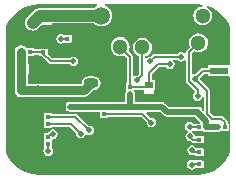
<source format=gtl>
%FSLAX25Y25*%
%MOIN*%
G70*
G01*
G75*
G04 Layer_Physical_Order=1*
G04 Layer_Color=255*
%ADD10C,0.05118*%
%ADD11R,0.02559X0.02165*%
%ADD12R,0.02165X0.02559*%
%ADD13R,0.01378X0.01378*%
%ADD14R,0.05906X0.02165*%
%ADD15R,0.01378X0.01378*%
%ADD16C,0.03150*%
%ADD17C,0.00787*%
%ADD18C,0.01969*%
%ADD19C,0.03937*%
%ADD20O,0.05000X0.03500*%
%ADD21C,0.05906*%
%ADD22C,0.03150*%
%ADD23C,0.01969*%
%ADD24C,0.03937*%
G36*
X59258Y39258D02*
X59779Y38910D01*
X60394Y38788D01*
X61008Y38910D01*
X61529Y39258D01*
X61989Y38951D01*
Y32295D01*
X62065Y31911D01*
X62283Y31585D01*
X64891Y28977D01*
X64842Y28480D01*
X64810Y28458D01*
X64461Y27937D01*
X64339Y27323D01*
X64461Y26708D01*
X64810Y26188D01*
X65330Y25839D01*
X65945Y25717D01*
X66559Y25839D01*
X67080Y26188D01*
X67428Y26708D01*
X67496Y27049D01*
X67994Y27000D01*
Y22647D01*
X67532Y22456D01*
X67473Y22563D01*
Y22563D01*
X67269Y22869D01*
Y23228D01*
X67073D01*
Y23622D01*
X64907D01*
Y23555D01*
X62813D01*
Y23622D01*
X61787D01*
X61632Y23653D01*
X61632Y23653D01*
X56337D01*
X55164Y24826D01*
X54643Y25174D01*
X54541Y25195D01*
X54028Y25297D01*
X54028Y25297D01*
X45062D01*
Y28040D01*
X44940Y28655D01*
X44736Y28960D01*
Y29123D01*
Y29399D01*
X47820D01*
Y29304D01*
X48040D01*
Y28108D01*
X48090Y28158D01*
X51340D01*
Y29304D01*
X51560D01*
Y32650D01*
X50694D01*
Y34471D01*
X53132Y36910D01*
X55391D01*
X55479Y36778D01*
X56000Y36430D01*
X56614Y36308D01*
X57229Y36430D01*
X57749Y36778D01*
X58098Y37299D01*
X58220Y37913D01*
X58098Y38528D01*
X57749Y39049D01*
X57853Y39390D01*
X59170D01*
X59258Y39258D01*
D02*
G37*
G36*
X67617Y57805D02*
X67758Y57771D01*
X67667Y57279D01*
X67610Y57287D01*
X66788Y57178D01*
X66022Y56861D01*
X65364Y56356D01*
X64859Y55698D01*
X64542Y54932D01*
X64433Y54110D01*
X64542Y53288D01*
X64859Y52522D01*
X65364Y51864D01*
X66022Y51359D01*
X66788Y51042D01*
X67610Y50933D01*
X68432Y51042D01*
X69198Y51359D01*
X69856Y51864D01*
X70361Y52522D01*
X70679Y53288D01*
X70787Y54110D01*
X70679Y54932D01*
X70361Y55698D01*
X69856Y56356D01*
X69198Y56861D01*
X68904Y56983D01*
X69058Y57459D01*
X69431Y57369D01*
X71154Y56656D01*
X72745Y55681D01*
X74163Y54469D01*
X75375Y53051D01*
X76349Y51460D01*
X76850Y50252D01*
Y37516D01*
X76477D01*
Y37516D01*
X69391D01*
Y36846D01*
X67693D01*
X67309Y36770D01*
X66983Y36552D01*
X65116Y34685D01*
X64961Y34716D01*
X64382Y34601D01*
X63996Y34918D01*
Y41486D01*
X64753Y42244D01*
X65338Y42002D01*
X66160Y41893D01*
X66982Y42002D01*
X67748Y42319D01*
X68406Y42824D01*
X68911Y43482D01*
X69229Y44248D01*
X69337Y45070D01*
X69229Y45892D01*
X68911Y46658D01*
X68406Y47316D01*
X67748Y47821D01*
X66982Y48138D01*
X66160Y48247D01*
X65338Y48138D01*
X64572Y47821D01*
X63914Y47316D01*
X63409Y46658D01*
X63091Y45892D01*
X62983Y45070D01*
X63091Y44248D01*
X63334Y43663D01*
X62283Y42612D01*
X62065Y42286D01*
X61989Y41902D01*
Y41836D01*
X61529Y41529D01*
X61008Y41877D01*
X60394Y41999D01*
X59779Y41877D01*
X59258Y41529D01*
X59170Y41397D01*
X51575D01*
X51191Y41321D01*
X50865Y41103D01*
X50195Y40433D01*
X50039Y40464D01*
X49425Y40342D01*
X48935Y40014D01*
X48630Y40177D01*
X48493Y40268D01*
Y40597D01*
X49078Y40839D01*
X49736Y41344D01*
X50241Y42002D01*
X50559Y42768D01*
X50667Y43590D01*
X50559Y44412D01*
X50241Y45178D01*
X49736Y45836D01*
X49078Y46341D01*
X48312Y46659D01*
X47490Y46767D01*
X46668Y46659D01*
X45902Y46341D01*
X45244Y45836D01*
X44739Y45178D01*
X44421Y44412D01*
X44313Y43590D01*
X44421Y42768D01*
X44739Y42002D01*
X45244Y41344D01*
X45902Y40839D01*
X46486Y40597D01*
Y34677D01*
X45982Y34173D01*
X45827Y34204D01*
X45212Y34082D01*
X44901Y33874D01*
X44460Y34110D01*
Y40383D01*
X44396Y40704D01*
X44384Y40767D01*
X44166Y41093D01*
X42876Y42383D01*
X43119Y42968D01*
X43227Y43790D01*
X43119Y44612D01*
X42801Y45378D01*
X42296Y46036D01*
X41638Y46541D01*
X40872Y46859D01*
X40050Y46967D01*
X39228Y46859D01*
X38462Y46541D01*
X37804Y46036D01*
X37299Y45378D01*
X36981Y44612D01*
X36873Y43790D01*
X36981Y42968D01*
X37299Y42202D01*
X37804Y41544D01*
X38462Y41039D01*
X39228Y40721D01*
X40050Y40613D01*
X40872Y40721D01*
X41457Y40964D01*
X42453Y39968D01*
Y31682D01*
X42177D01*
Y29123D01*
Y28960D01*
X41973Y28655D01*
X41851Y28040D01*
Y25297D01*
X34790D01*
X34689Y25277D01*
X24483D01*
Y25422D01*
X22317D01*
Y25028D01*
X22120D01*
Y24474D01*
X21994Y24286D01*
X21872Y23671D01*
X21994Y23057D01*
X22120Y22868D01*
Y22469D01*
X22442D01*
X22863Y22188D01*
X23478Y22065D01*
X28588D01*
X28637Y22056D01*
X28685Y22065D01*
X33490D01*
Y20029D01*
X36050D01*
Y20405D01*
X47112D01*
X48898Y18620D01*
X48867Y18465D01*
X48989Y17850D01*
X49337Y17329D01*
X49858Y16981D01*
X50472Y16859D01*
X51087Y16981D01*
X51608Y17329D01*
X51956Y17850D01*
X52078Y18465D01*
X51956Y19079D01*
X51608Y19600D01*
X51087Y19948D01*
X50472Y20070D01*
X50317Y20039D01*
X48733Y21623D01*
X48924Y22085D01*
X53363D01*
X54537Y20912D01*
X54537Y20912D01*
X54885Y20679D01*
X55058Y20564D01*
X55672Y20442D01*
X55672Y20442D01*
X61235D01*
X61730Y20343D01*
X61730Y20343D01*
X65102D01*
X66854Y18591D01*
X66663Y18129D01*
X64989D01*
Y18129D01*
X64530Y18129D01*
X64442Y18261D01*
X63922Y18609D01*
X63307Y18732D01*
X62693Y18609D01*
X62172Y18261D01*
X61824Y17740D01*
X61701Y17126D01*
X61824Y16511D01*
X62172Y15991D01*
X62583Y15716D01*
Y15216D01*
X62251Y14994D01*
X61902Y14473D01*
X61780Y13858D01*
X61902Y13244D01*
X62251Y12723D01*
X62771Y12375D01*
X63386Y12253D01*
X63541Y12284D01*
X63705Y12120D01*
X63922Y11975D01*
X64030Y11903D01*
X64414Y11827D01*
X64989D01*
Y11551D01*
X67548D01*
Y11728D01*
X67962D01*
Y13932D01*
X67548D01*
Y14109D01*
X64989D01*
X64989Y14109D01*
Y14109D01*
X64942Y14105D01*
X64869Y14473D01*
X64521Y14994D01*
X64110Y15268D01*
Y15768D01*
X64227Y15846D01*
X64989D01*
Y15571D01*
X67712D01*
X68017Y15367D01*
X68631Y15244D01*
X72609D01*
X73223Y15367D01*
X73528Y15571D01*
X76251D01*
Y18129D01*
X75975D01*
Y18672D01*
X75898Y19056D01*
X75826Y19164D01*
X75681Y19381D01*
X74549Y20513D01*
X74224Y20730D01*
X73840Y20807D01*
X71113D01*
X70001Y21919D01*
Y29074D01*
X69937Y29394D01*
X69924Y29458D01*
X69707Y29783D01*
X66535Y32955D01*
X66566Y33110D01*
X66535Y33266D01*
X68109Y34839D01*
X69391D01*
Y34169D01*
X76477D01*
Y34169D01*
X76496D01*
X76850Y33816D01*
Y8690D01*
X76364Y7518D01*
X75401Y5947D01*
X74204Y4545D01*
X72803Y3348D01*
X71231Y2385D01*
X69528Y1679D01*
X67735Y1249D01*
X65925Y1106D01*
X65898Y1112D01*
X13001D01*
X12972Y1106D01*
X11141Y1250D01*
X9327Y1686D01*
X7604Y2400D01*
X6013Y3374D01*
X4595Y4586D01*
X3383Y6004D01*
X2409Y7595D01*
X1908Y8803D01*
Y50252D01*
X2409Y51460D01*
X3383Y53051D01*
X4595Y54469D01*
X6013Y55681D01*
X7604Y56656D01*
X9327Y57369D01*
X11141Y57805D01*
X12972Y57949D01*
X13001Y57943D01*
X32381D01*
X32479Y57453D01*
X32002Y57255D01*
X31306Y56721D01*
X13274D01*
X12606Y56633D01*
X12295Y56504D01*
X11983Y56375D01*
X11449Y55965D01*
X9080Y53597D01*
X8670Y53062D01*
X8488Y52622D01*
X8412Y52440D01*
X8324Y51772D01*
Y51732D01*
X8412Y51064D01*
X8670Y50442D01*
X9080Y49907D01*
D01*
X9080D01*
X9080Y49907D01*
X9080Y49907D01*
X9080D01*
D01*
X9080D01*
X9080Y49907D01*
Y49907D01*
X9080Y49907D01*
Y49907D01*
X9615Y49497D01*
X10237Y49239D01*
X10237Y49239D01*
X10238Y49239D01*
D01*
X10238Y49239D01*
X10238Y49239D01*
X10905Y49151D01*
X11574Y49239D01*
X12196Y49497D01*
X12731Y49907D01*
X12731Y49907D01*
X12731Y49907D01*
X12860Y50076D01*
X13998Y51214D01*
X14230Y51118D01*
Y51118D01*
X14280Y51168D01*
X17530D01*
Y51559D01*
X31358D01*
X32002Y51065D01*
X32863Y50708D01*
X33788Y50586D01*
X34713Y50708D01*
X35575Y51065D01*
X36316Y51633D01*
X36884Y52373D01*
X37240Y53235D01*
X37362Y54160D01*
X37240Y55085D01*
X36884Y55947D01*
X36316Y56687D01*
X35575Y57255D01*
X35098Y57453D01*
X35195Y57943D01*
X65757D01*
X65786Y57949D01*
X67617Y57805D01*
D02*
G37*
%LPC*%
G36*
X17677Y16251D02*
X17063Y16129D01*
X16542Y15781D01*
X16331Y15466D01*
X16165Y15355D01*
X15869Y15059D01*
X14729D01*
Y12500D01*
Y10138D01*
X14729D01*
X14729Y9815D01*
X14580Y9591D01*
X14457Y8976D01*
X14580Y8362D01*
X14928Y7841D01*
X15449Y7493D01*
X16063Y7371D01*
X16677Y7493D01*
X17198Y7841D01*
X17546Y8362D01*
X17669Y8976D01*
X17546Y9591D01*
X17198Y10112D01*
X17206Y10138D01*
X17288D01*
Y12500D01*
Y12723D01*
X17675Y13040D01*
X17677Y13040D01*
X18292Y13162D01*
X18812Y13510D01*
X19161Y14031D01*
X19283Y14646D01*
X19161Y15260D01*
X18812Y15781D01*
X18292Y16129D01*
X17677Y16251D01*
D02*
G37*
G36*
X63937Y6015D02*
X63323Y5893D01*
X62802Y5545D01*
X62454Y5024D01*
X62331Y4409D01*
X62454Y3795D01*
X62802Y3274D01*
X63323Y2926D01*
X63937Y2804D01*
X64552Y2926D01*
X65072Y3274D01*
X65083Y3291D01*
X67510D01*
Y3487D01*
X67903D01*
Y5653D01*
X67510D01*
Y5850D01*
X64951D01*
X64951Y5850D01*
Y5850D01*
X64765Y5750D01*
X64552Y5893D01*
X63937Y6015D01*
D02*
G37*
G36*
X64016Y10897D02*
X63401Y10775D01*
X62880Y10427D01*
X62532Y9906D01*
X62410Y9291D01*
X62532Y8677D01*
X62880Y8156D01*
X63401Y7808D01*
X64016Y7686D01*
X64230Y7728D01*
X64343Y7653D01*
X64727Y7576D01*
X64989D01*
Y7300D01*
X67548D01*
Y7497D01*
X67942D01*
Y9663D01*
X67548D01*
Y9860D01*
X65508D01*
X65499Y9906D01*
X65151Y10427D01*
X64630Y10775D01*
X64016Y10897D01*
D02*
G37*
G36*
X20394Y48023D02*
X19779Y47901D01*
X19258Y47553D01*
X18910Y47032D01*
X18788Y46417D01*
X18910Y45803D01*
X19258Y45282D01*
X19779Y44934D01*
X20394Y44812D01*
X21008Y44934D01*
X21317Y45140D01*
X23738D01*
Y45318D01*
X24152D01*
Y47522D01*
X23738D01*
Y47699D01*
X21309D01*
X21008Y47901D01*
X20394Y48023D01*
D02*
G37*
G36*
X7087Y44218D02*
X6242Y44050D01*
X5526Y43571D01*
X5047Y42855D01*
X4879Y42010D01*
Y29296D01*
X5047Y28451D01*
X5526Y27735D01*
X5565Y27696D01*
X5661Y27632D01*
Y27252D01*
X5857D01*
Y26858D01*
X8023D01*
Y27049D01*
X28117D01*
X28962Y27217D01*
X29678Y27696D01*
X29678Y27696D01*
X29678Y27696D01*
X31166Y29184D01*
X31180D01*
X32093Y29365D01*
X32867Y29883D01*
X33385Y30657D01*
X33566Y31570D01*
X33385Y32483D01*
X32867Y33257D01*
X32093Y33775D01*
X31180Y33956D01*
X29680D01*
X28767Y33775D01*
X27993Y33257D01*
X27475Y32483D01*
X27294Y31570D01*
X27296Y31558D01*
X27202Y31465D01*
X9295D01*
Y34650D01*
X9672D01*
X9622Y34700D01*
Y37950D01*
X9295D01*
Y40731D01*
X11221D01*
Y40896D01*
X13149D01*
Y40620D01*
X13882D01*
X16353Y38149D01*
X16679Y37931D01*
X17063Y37855D01*
X23304D01*
X23392Y37723D01*
X23913Y37375D01*
X24528Y37253D01*
X25142Y37375D01*
X25663Y37723D01*
X26011Y38244D01*
X26133Y38858D01*
X26011Y39473D01*
X25663Y39994D01*
X25142Y40342D01*
X24528Y40464D01*
X23913Y40342D01*
X23392Y39994D01*
X23304Y39862D01*
X17479D01*
X16122Y41219D01*
Y43002D01*
X15708D01*
Y43180D01*
X13149D01*
Y42904D01*
X11221D01*
Y43290D01*
X8836D01*
X8648Y43571D01*
X7932Y44050D01*
X7087Y44218D01*
D02*
G37*
G36*
X17288Y21752D02*
X14729D01*
Y19193D01*
Y16831D01*
X17288D01*
Y17107D01*
X23285D01*
X25433Y14959D01*
X25402Y14803D01*
X25524Y14189D01*
X25872Y13668D01*
X26393Y13320D01*
X27008Y13197D01*
X27622Y13320D01*
X28143Y13668D01*
X28491Y14189D01*
X28515Y14307D01*
X28977Y14498D01*
X29149Y14383D01*
X29764Y14261D01*
X30378Y14383D01*
X30899Y14731D01*
X31247Y15252D01*
X31369Y15866D01*
X31247Y16481D01*
X30899Y17002D01*
X30378Y17350D01*
X29764Y17472D01*
X29608Y17441D01*
X25867Y21182D01*
X25541Y21400D01*
X25157Y21476D01*
X17288D01*
Y21752D01*
D02*
G37*
%LPD*%
D10*
X67610Y54110D02*
D03*
X66160Y45070D02*
D03*
X47490Y43590D02*
D03*
X40050Y43790D02*
D03*
X59030Y54240D02*
D03*
D11*
X49690Y30977D02*
D03*
Y27040D02*
D03*
X15880Y53987D02*
D03*
Y50050D02*
D03*
D12*
X6803Y36300D02*
D03*
X10740D02*
D03*
D13*
X16009Y18110D02*
D03*
Y20472D02*
D03*
Y11417D02*
D03*
Y13780D02*
D03*
X23400Y23749D02*
D03*
Y26111D02*
D03*
X6940Y28531D02*
D03*
Y26169D02*
D03*
X65990Y21949D02*
D03*
Y24311D02*
D03*
X61730Y21949D02*
D03*
Y24311D02*
D03*
X43457Y28040D02*
D03*
Y30402D02*
D03*
X34770Y23671D02*
D03*
Y21309D02*
D03*
D14*
X72934Y23213D02*
D03*
Y35842D02*
D03*
D15*
X66230Y4570D02*
D03*
X68592D02*
D03*
X68631Y8580D02*
D03*
X66269D02*
D03*
X24821Y46420D02*
D03*
X22459D02*
D03*
X72609Y16850D02*
D03*
X74971D02*
D03*
X9941Y42010D02*
D03*
X7579D02*
D03*
X16791Y41900D02*
D03*
X14429D02*
D03*
X66269Y12830D02*
D03*
X68631D02*
D03*
Y16850D02*
D03*
X66269D02*
D03*
D16*
X28117Y29257D02*
X30430Y31570D01*
X12593Y29257D02*
X28117D01*
X7087Y29296D02*
Y42010D01*
Y29296D02*
X7126Y29257D01*
X12593D01*
D17*
X10051Y41900D02*
X14429D01*
Y41492D02*
X17063Y38858D01*
X24528D01*
X64961Y33110D02*
X68997Y29074D01*
X64961Y33110D02*
X67693Y35842D01*
X25157Y20472D02*
X29764Y15866D01*
X16009Y20472D02*
X25157D01*
X47528Y21409D02*
X50472Y18465D01*
X34790Y21409D02*
X47528D01*
X49690Y30977D02*
Y34887D01*
X49116Y30402D02*
X49690Y30977D01*
X43457Y30402D02*
X49116D01*
X9941Y42010D02*
X10051Y41900D01*
X14429Y41492D02*
Y41900D01*
X74971Y16850D02*
Y18672D01*
X63583Y16850D02*
X66269D01*
X63307Y17126D02*
X63583Y16850D01*
X64414Y12830D02*
X66269D01*
X63386Y13858D02*
X64414Y12830D01*
X64727Y8580D02*
X66269D01*
X64016Y9291D02*
X64727Y8580D01*
X64098Y4570D02*
X66129D01*
X63937Y4409D02*
X64098Y4570D01*
X64016Y9291D02*
X64177Y9130D01*
X22456Y46417D02*
X22459Y46420D01*
X20394Y46417D02*
X22456D01*
X16009Y18110D02*
X23701D01*
X27008Y14803D01*
X16009Y13780D02*
X16875Y14646D01*
X17677D01*
X16009Y11417D02*
X16063Y11363D01*
Y8976D02*
Y11363D01*
X67693Y35842D02*
X72934D01*
X68997Y21503D02*
Y29074D01*
Y21503D02*
X70697Y19803D01*
X73840D01*
X74971Y18672D01*
X65945Y27323D02*
Y29342D01*
X62992Y32295D02*
X65945Y29342D01*
X62992Y32295D02*
Y41902D01*
X66160Y45070D01*
X47490Y34262D02*
Y43590D01*
X45827Y32598D02*
X47490Y34262D01*
X40050Y43790D02*
X43457Y40383D01*
Y30402D02*
Y40383D01*
X49690Y34887D02*
X52716Y37913D01*
X56614D01*
X51575Y40394D02*
X60394D01*
X50039Y38858D02*
X51575Y40394D01*
D18*
X23478Y23671D02*
X34770D01*
X43457Y23741D02*
Y28040D01*
X34790Y23691D02*
X54028D01*
X61632Y22047D02*
X61730Y21949D01*
X55672Y22047D02*
X61632D01*
X54028Y23691D02*
X55672Y22047D01*
X61730Y21949D02*
X65990D01*
X68631Y16850D02*
X72609D01*
X68631D02*
Y19085D01*
X65990Y21726D02*
Y21949D01*
Y21726D02*
X68622Y19094D01*
D19*
X10905Y51732D02*
Y51772D01*
X13274Y54140D01*
X33474D01*
D20*
X30430Y31570D02*
D03*
Y41570D02*
D03*
D21*
X44969Y54160D02*
D03*
X33788D02*
D03*
D22*
X12593Y29257D02*
D03*
D23*
X28637Y23661D02*
D03*
X73622Y42362D02*
D03*
X63228Y50984D02*
D03*
X67953Y54213D02*
D03*
X36063Y28150D02*
D03*
X60630Y46850D02*
D03*
X40157Y54488D02*
D03*
X13937Y3425D02*
D03*
X10512Y6968D02*
D03*
X6417Y16299D02*
D03*
X72716Y6575D02*
D03*
X73307Y12087D02*
D03*
X37992Y34685D02*
D03*
X54449Y53504D02*
D03*
X36614Y14803D02*
D03*
X55394Y25945D02*
D03*
X57874D02*
D03*
X57795Y28150D02*
D03*
X55394D02*
D03*
X68622Y19094D02*
D03*
X63307Y17126D02*
D03*
X50472Y18465D02*
D03*
X63386Y13858D02*
D03*
X64016Y9291D02*
D03*
X63937Y4409D02*
D03*
X20394Y46417D02*
D03*
X29764Y15866D02*
D03*
X27008Y14803D02*
D03*
X17677Y14646D02*
D03*
X16063Y8976D02*
D03*
X74252Y27953D02*
D03*
X65945Y27323D02*
D03*
X24528Y38858D02*
D03*
X64961Y33110D02*
D03*
X65315Y38465D02*
D03*
X45827Y32598D02*
D03*
X56614Y37913D02*
D03*
X60394Y40394D02*
D03*
X50039Y38858D02*
D03*
D24*
X10905Y51732D02*
D03*
M02*

</source>
